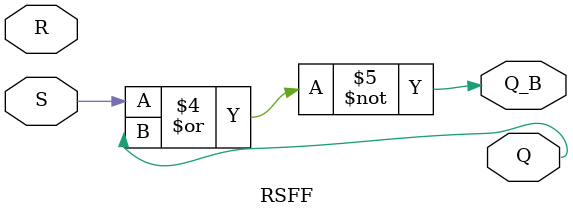
<source format=v>
/* NOR_RSFF */

module RSFF ( R, S, Q, Q_B);
input  R, S;
output Q, Q_B;
       nor ( R, S, Q, Q_B);
	   nor ( Q_B, S, Q );
endmodule
						   
</source>
